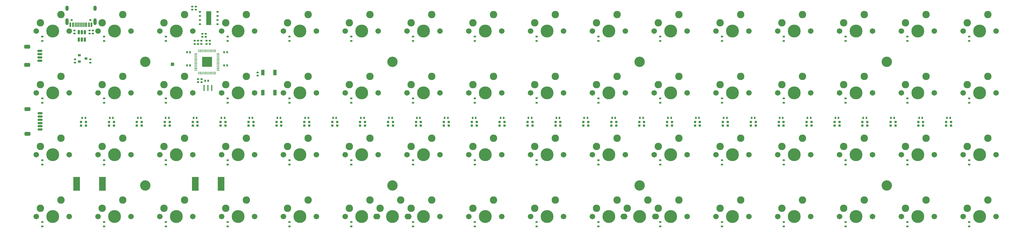
<source format=gbr>
%TF.GenerationSoftware,KiCad,Pcbnew,(6.0.7)*%
%TF.CreationDate,2022-10-03T19:09:15-04:00*%
%TF.ProjectId,HardLight,48617264-4c69-4676-9874-2e6b69636164,Mark 2 Rev F*%
%TF.SameCoordinates,Original*%
%TF.FileFunction,Soldermask,Bot*%
%TF.FilePolarity,Negative*%
%FSLAX46Y46*%
G04 Gerber Fmt 4.6, Leading zero omitted, Abs format (unit mm)*
G04 Created by KiCad (PCBNEW (6.0.7)) date 2022-10-03 19:09:15*
%MOMM*%
%LPD*%
G01*
G04 APERTURE LIST*
G04 Aperture macros list*
%AMRoundRect*
0 Rectangle with rounded corners*
0 $1 Rounding radius*
0 $2 $3 $4 $5 $6 $7 $8 $9 X,Y pos of 4 corners*
0 Add a 4 corners polygon primitive as box body*
4,1,4,$2,$3,$4,$5,$6,$7,$8,$9,$2,$3,0*
0 Add four circle primitives for the rounded corners*
1,1,$1+$1,$2,$3*
1,1,$1+$1,$4,$5*
1,1,$1+$1,$6,$7*
1,1,$1+$1,$8,$9*
0 Add four rect primitives between the rounded corners*
20,1,$1+$1,$2,$3,$4,$5,0*
20,1,$1+$1,$4,$5,$6,$7,0*
20,1,$1+$1,$6,$7,$8,$9,0*
20,1,$1+$1,$8,$9,$2,$3,0*%
G04 Aperture macros list end*
%ADD10C,3.987800*%
%ADD11C,1.701800*%
%ADD12C,2.286000*%
%ADD13C,3.200000*%
%ADD14O,2.150000X1.750000*%
%ADD15RoundRect,0.147500X0.172500X-0.147500X0.172500X0.147500X-0.172500X0.147500X-0.172500X-0.147500X0*%
%ADD16RoundRect,0.147500X-0.172500X0.147500X-0.172500X-0.147500X0.172500X-0.147500X0.172500X0.147500X0*%
%ADD17RoundRect,0.147500X-0.147500X-0.172500X0.147500X-0.172500X0.147500X0.172500X-0.147500X0.172500X0*%
%ADD18RoundRect,0.050000X0.387500X0.050000X-0.387500X0.050000X-0.387500X-0.050000X0.387500X-0.050000X0*%
%ADD19RoundRect,0.050000X0.050000X0.387500X-0.050000X0.387500X-0.050000X-0.387500X0.050000X-0.387500X0*%
%ADD20R,3.050000X3.050000*%
%ADD21R,0.700000X0.600000*%
%ADD22R,0.900000X0.800000*%
%ADD23RoundRect,0.147500X0.147500X0.172500X-0.147500X0.172500X-0.147500X-0.172500X0.147500X-0.172500X0*%
%ADD24C,0.650000*%
%ADD25R,0.600000X1.450000*%
%ADD26R,0.300000X1.450000*%
%ADD27O,1.000000X1.600000*%
%ADD28O,1.000000X2.100000*%
%ADD29R,0.700000X0.700000*%
%ADD30R,2.000000X4.200000*%
%ADD31RoundRect,0.150000X0.625000X-0.150000X0.625000X0.150000X-0.625000X0.150000X-0.625000X-0.150000X0*%
%ADD32RoundRect,0.250000X0.650000X-0.350000X0.650000X0.350000X-0.650000X0.350000X-0.650000X-0.350000X0*%
%ADD33R,1.000000X1.000000*%
%ADD34RoundRect,0.125000X0.250000X0.125000X-0.250000X0.125000X-0.250000X-0.125000X0.250000X-0.125000X0*%
%ADD35R,1.587400X4.300000*%
%ADD36R,0.400000X1.900000*%
%ADD37RoundRect,0.150000X0.150000X-0.512500X0.150000X0.512500X-0.150000X0.512500X-0.150000X-0.512500X0*%
%ADD38R,1.100000X1.800000*%
G04 APERTURE END LIST*
D10*
%TO.C,K2*%
X57943750Y-80962500D03*
D11*
X52863750Y-80962500D03*
X63023750Y-80962500D03*
D12*
X60483750Y-75882500D03*
X54133750Y-78422500D03*
%TD*%
D11*
%TO.C,K3*%
X82073750Y-80949800D03*
D10*
X76993750Y-80949800D03*
D11*
X71913750Y-80949800D03*
D12*
X79533750Y-75869800D03*
X73183750Y-78409800D03*
%TD*%
D10*
%TO.C,K6*%
X134143750Y-80962500D03*
D11*
X129063750Y-80962500D03*
X139223750Y-80962500D03*
D12*
X136683750Y-75882500D03*
X130333750Y-78422500D03*
%TD*%
D11*
%TO.C,K7*%
X148113750Y-80962500D03*
X158273750Y-80962500D03*
D10*
X153193750Y-80962500D03*
D12*
X155733750Y-75882500D03*
X149383750Y-78422500D03*
%TD*%
D11*
%TO.C,K8*%
X167163750Y-80962500D03*
X177323750Y-80962500D03*
D10*
X172243750Y-80962500D03*
D12*
X174783750Y-75882500D03*
X168433750Y-78422500D03*
%TD*%
D11*
%TO.C,K9*%
X186213750Y-80962500D03*
D10*
X191293750Y-80962500D03*
D11*
X196373750Y-80962500D03*
D12*
X193833750Y-75882500D03*
X187483750Y-78422500D03*
%TD*%
D11*
%TO.C,K10*%
X205263750Y-80962500D03*
X215423750Y-80962500D03*
D10*
X210343750Y-80962500D03*
D12*
X212883750Y-75882500D03*
X206533750Y-78422500D03*
%TD*%
D11*
%TO.C,K11*%
X224313750Y-80962500D03*
D10*
X229393750Y-80962500D03*
D11*
X234473750Y-80962500D03*
D12*
X231933750Y-75882500D03*
X225583750Y-78422500D03*
%TD*%
D11*
%TO.C,K12*%
X243363750Y-80962500D03*
D10*
X248443750Y-80962500D03*
D11*
X253523750Y-80962500D03*
D12*
X250983750Y-75882500D03*
X244633750Y-78422500D03*
%TD*%
D11*
%TO.C,K13*%
X272573750Y-80962500D03*
D10*
X267493750Y-80962500D03*
D11*
X262413750Y-80962500D03*
D12*
X270033750Y-75882500D03*
X263683750Y-78422500D03*
%TD*%
D10*
%TO.C,K14*%
X286543750Y-80962500D03*
D11*
X291623750Y-80962500D03*
X281463750Y-80962500D03*
D12*
X289083750Y-75882500D03*
X282733750Y-78422500D03*
%TD*%
D10*
%TO.C,K15*%
X305593750Y-80962500D03*
D11*
X300513750Y-80962500D03*
X310673750Y-80962500D03*
D12*
X308133750Y-75882500D03*
X301783750Y-78422500D03*
%TD*%
D11*
%TO.C,K16*%
X319563750Y-80962500D03*
D10*
X324643750Y-80962500D03*
D11*
X329723750Y-80962500D03*
D12*
X327183750Y-75882500D03*
X320833750Y-78422500D03*
%TD*%
D10*
%TO.C,K17*%
X38893750Y-100012500D03*
D11*
X43973750Y-100012500D03*
X33813750Y-100012500D03*
D12*
X41433750Y-94932500D03*
X35083750Y-97472500D03*
%TD*%
D11*
%TO.C,K18*%
X63023750Y-100012500D03*
D10*
X57943750Y-100012500D03*
D11*
X52863750Y-100012500D03*
D12*
X60483750Y-94932500D03*
X54133750Y-97472500D03*
%TD*%
D10*
%TO.C,K19*%
X76993750Y-100012500D03*
D11*
X71913750Y-100012500D03*
X82073750Y-100012500D03*
D12*
X79533750Y-94932500D03*
X73183750Y-97472500D03*
%TD*%
D10*
%TO.C,K22*%
X134143750Y-100012500D03*
D11*
X129063750Y-100012500D03*
X139223750Y-100012500D03*
D12*
X136683750Y-94932500D03*
X130333750Y-97472500D03*
%TD*%
D11*
%TO.C,K23*%
X158273750Y-100012500D03*
X148113750Y-100012500D03*
D10*
X153193750Y-100012500D03*
D12*
X155733750Y-94932500D03*
X149383750Y-97472500D03*
%TD*%
D10*
%TO.C,K24*%
X172243750Y-100012500D03*
D11*
X167163750Y-100012500D03*
X177323750Y-100012500D03*
D12*
X174783750Y-94932500D03*
X168433750Y-97472500D03*
%TD*%
D11*
%TO.C,K25*%
X196373750Y-100012500D03*
X186213750Y-100012500D03*
D10*
X191293750Y-100012500D03*
D12*
X193833750Y-94932500D03*
X187483750Y-97472500D03*
%TD*%
D10*
%TO.C,K26*%
X210343750Y-100012500D03*
D11*
X215423750Y-100012500D03*
X205263750Y-100012500D03*
D12*
X212883750Y-94932500D03*
X206533750Y-97472500D03*
%TD*%
D11*
%TO.C,K27*%
X234473750Y-100012500D03*
D10*
X229393750Y-100012500D03*
D11*
X224313750Y-100012500D03*
D12*
X231933750Y-94932500D03*
X225583750Y-97472500D03*
%TD*%
D10*
%TO.C,K28*%
X248443750Y-100012500D03*
D11*
X243363750Y-100012500D03*
X253523750Y-100012500D03*
D12*
X250983750Y-94932500D03*
X244633750Y-97472500D03*
%TD*%
D10*
%TO.C,K29*%
X267493750Y-100012500D03*
D11*
X262413750Y-100012500D03*
X272573750Y-100012500D03*
D12*
X270033750Y-94932500D03*
X263683750Y-97472500D03*
%TD*%
D11*
%TO.C,K30*%
X281463750Y-100012500D03*
D10*
X286543750Y-100012500D03*
D11*
X291623750Y-100012500D03*
D12*
X289083750Y-94932500D03*
X282733750Y-97472500D03*
%TD*%
D10*
%TO.C,K31*%
X305593750Y-100012500D03*
D11*
X310673750Y-100012500D03*
X300513750Y-100012500D03*
D12*
X308133750Y-94932500D03*
X301783750Y-97472500D03*
%TD*%
D11*
%TO.C,K32*%
X319563750Y-100012500D03*
D10*
X324643750Y-100012500D03*
D11*
X329723750Y-100012500D03*
D12*
X327183750Y-94932500D03*
X320833750Y-97472500D03*
%TD*%
D11*
%TO.C,K33*%
X33813750Y-119062500D03*
D10*
X38893750Y-119062500D03*
D11*
X43973750Y-119062500D03*
D12*
X41433750Y-113982500D03*
X35083750Y-116522500D03*
%TD*%
D11*
%TO.C,K34*%
X52863750Y-119062500D03*
X63023750Y-119062500D03*
D10*
X57943750Y-119062500D03*
D12*
X60483750Y-113982500D03*
X54133750Y-116522500D03*
%TD*%
D11*
%TO.C,K35*%
X82073750Y-119062500D03*
X71913750Y-119062500D03*
D10*
X76993750Y-119062500D03*
D12*
X79533750Y-113982500D03*
X73183750Y-116522500D03*
%TD*%
D11*
%TO.C,K36*%
X90963750Y-119062500D03*
D10*
X96043750Y-119062500D03*
D11*
X101123750Y-119062500D03*
D12*
X98583750Y-113982500D03*
X92233750Y-116522500D03*
%TD*%
D11*
%TO.C,K37*%
X110013750Y-119062500D03*
X120173750Y-119062500D03*
D10*
X115093750Y-119062500D03*
D12*
X117633750Y-113982500D03*
X111283750Y-116522500D03*
%TD*%
D10*
%TO.C,K38*%
X134143750Y-119062500D03*
D11*
X139223750Y-119062500D03*
X129063750Y-119062500D03*
D12*
X136683750Y-113982500D03*
X130333750Y-116522500D03*
%TD*%
D11*
%TO.C,K39*%
X148113750Y-119062500D03*
D10*
X153193750Y-119062500D03*
D11*
X158273750Y-119062500D03*
D12*
X155733750Y-113982500D03*
X149383750Y-116522500D03*
%TD*%
D11*
%TO.C,K40*%
X167163750Y-119062500D03*
X177323750Y-119062500D03*
D10*
X172243750Y-119062500D03*
D12*
X174783750Y-113982500D03*
X168433750Y-116522500D03*
%TD*%
D11*
%TO.C,K41*%
X186213750Y-119062500D03*
D10*
X191293750Y-119062500D03*
D11*
X196373750Y-119062500D03*
D12*
X193833750Y-113982500D03*
X187483750Y-116522500D03*
%TD*%
D11*
%TO.C,K42*%
X205263750Y-119062500D03*
X215423750Y-119062500D03*
D10*
X210343750Y-119062500D03*
D12*
X212883750Y-113982500D03*
X206533750Y-116522500D03*
%TD*%
D10*
%TO.C,K43*%
X229393750Y-119062500D03*
D11*
X224313750Y-119062500D03*
X234473750Y-119062500D03*
D12*
X231933750Y-113982500D03*
X225583750Y-116522500D03*
%TD*%
D11*
%TO.C,K44*%
X253523750Y-119062500D03*
X243363750Y-119062500D03*
D10*
X248443750Y-119062500D03*
D12*
X250983750Y-113982500D03*
X244633750Y-116522500D03*
%TD*%
D10*
%TO.C,K45*%
X267493750Y-119062500D03*
D11*
X262413750Y-119062500D03*
X272573750Y-119062500D03*
D12*
X270033750Y-113982500D03*
X263683750Y-116522500D03*
%TD*%
D10*
%TO.C,K46*%
X286543750Y-119062500D03*
D11*
X281463750Y-119062500D03*
X291623750Y-119062500D03*
D12*
X289083750Y-113982500D03*
X282733750Y-116522500D03*
%TD*%
D10*
%TO.C,K47*%
X305593750Y-119062500D03*
D11*
X310673750Y-119062500D03*
X300513750Y-119062500D03*
D12*
X308133750Y-113982500D03*
X301783750Y-116522500D03*
%TD*%
D11*
%TO.C,K48*%
X319563750Y-119062500D03*
D10*
X324643750Y-119062500D03*
D11*
X329723750Y-119062500D03*
D12*
X327183750Y-113982500D03*
X320833750Y-116522500D03*
%TD*%
D11*
%TO.C,K49*%
X33813750Y-138112500D03*
X43973750Y-138112500D03*
D10*
X38893750Y-138112500D03*
D12*
X41433750Y-133032500D03*
X35083750Y-135572500D03*
%TD*%
D11*
%TO.C,K50*%
X52863750Y-138112500D03*
X63023750Y-138112500D03*
D10*
X57943750Y-138112500D03*
D12*
X60483750Y-133032500D03*
X54133750Y-135572500D03*
%TD*%
D11*
%TO.C,K51*%
X71913750Y-138112500D03*
D10*
X76993750Y-138112500D03*
D11*
X82073750Y-138112500D03*
D12*
X79533750Y-133032500D03*
X73183750Y-135572500D03*
%TD*%
D11*
%TO.C,K52*%
X101123750Y-138112500D03*
D10*
X96043750Y-138112500D03*
D11*
X90963750Y-138112500D03*
D12*
X98583750Y-133032500D03*
X92233750Y-135572500D03*
%TD*%
D10*
%TO.C,K53*%
X115093750Y-138112500D03*
D11*
X120173750Y-138112500D03*
X110013750Y-138112500D03*
D12*
X117633750Y-133032500D03*
X111283750Y-135572500D03*
%TD*%
D10*
%TO.C,K54*%
X134143750Y-138112500D03*
D11*
X129063750Y-138112500D03*
D12*
X136683750Y-133032500D03*
X130333750Y-135572500D03*
%TD*%
D11*
%TO.C,K55*%
X158273750Y-138112500D03*
D10*
X153193750Y-138112500D03*
D12*
X155733750Y-133032500D03*
X149383750Y-135572500D03*
%TD*%
D11*
%TO.C,K56*%
X167163750Y-138112500D03*
X177323750Y-138112500D03*
D10*
X172243750Y-138112500D03*
D12*
X174783750Y-133032500D03*
X168433750Y-135572500D03*
%TD*%
D10*
%TO.C,K57*%
X191293750Y-138112500D03*
D11*
X186213750Y-138112500D03*
X196373750Y-138112500D03*
D12*
X193833750Y-133032500D03*
X187483750Y-135572500D03*
%TD*%
D11*
%TO.C,K58*%
X205263750Y-138112500D03*
D10*
X210343750Y-138112500D03*
D12*
X212883750Y-133032500D03*
X206533750Y-135572500D03*
%TD*%
D11*
%TO.C,K59*%
X234473750Y-138112500D03*
D10*
X229393750Y-138112500D03*
D12*
X231933750Y-133032500D03*
X225583750Y-135572500D03*
%TD*%
D10*
%TO.C,K60*%
X248443750Y-138112500D03*
D11*
X253523750Y-138112500D03*
X243363750Y-138112500D03*
D12*
X250983750Y-133032500D03*
X244633750Y-135572500D03*
%TD*%
D11*
%TO.C,K61*%
X262413750Y-138112500D03*
D10*
X267493750Y-138112500D03*
D11*
X272573750Y-138112500D03*
D12*
X270033750Y-133032500D03*
X263683750Y-135572500D03*
%TD*%
D10*
%TO.C,K62*%
X286543750Y-138112500D03*
D11*
X281463750Y-138112500D03*
X291623750Y-138112500D03*
D12*
X289083750Y-133032500D03*
X282733750Y-135572500D03*
%TD*%
D11*
%TO.C,K63*%
X310673750Y-138112500D03*
X300513750Y-138112500D03*
D10*
X305593750Y-138112500D03*
D12*
X308133750Y-133032500D03*
X301783750Y-135572500D03*
%TD*%
D10*
%TO.C,K64*%
X324643750Y-138112500D03*
D11*
X329723750Y-138112500D03*
X319563750Y-138112500D03*
D12*
X327183750Y-133032500D03*
X320833750Y-135572500D03*
%TD*%
D11*
%TO.C,K1*%
X33813750Y-80962500D03*
D10*
X38893750Y-80962500D03*
D11*
X43973750Y-80962500D03*
D12*
X41433750Y-75882500D03*
X35083750Y-78422500D03*
%TD*%
D13*
%TO.C,H1*%
X67468750Y-90481800D03*
%TD*%
%TO.C,H2*%
X143668750Y-90487500D03*
%TD*%
%TO.C,H3*%
X219868750Y-90481800D03*
%TD*%
%TO.C,H4*%
X296063950Y-90481800D03*
%TD*%
%TO.C,H5*%
X67468750Y-128579400D03*
%TD*%
%TO.C,H6*%
X143668750Y-128585100D03*
%TD*%
D10*
%TO.C,K4*%
X96043750Y-80962500D03*
D11*
X101123750Y-80962500D03*
X90963750Y-80962500D03*
D12*
X98583750Y-75882500D03*
X92233750Y-78422500D03*
%TD*%
D10*
%TO.C,K5*%
X115093750Y-80962500D03*
D11*
X120173750Y-80962500D03*
X110013750Y-80962500D03*
D12*
X117633750Y-75882500D03*
X111283750Y-78422500D03*
%TD*%
D11*
%TO.C,K21*%
X120173750Y-100012500D03*
X110013750Y-100012500D03*
D10*
X115093750Y-100012500D03*
D12*
X117633750Y-94932500D03*
X111283750Y-97472500D03*
%TD*%
D11*
%TO.C,K20*%
X101123750Y-100012500D03*
D10*
X96043750Y-100012500D03*
D11*
X90963750Y-100012500D03*
D12*
X98583750Y-94932500D03*
X92233750Y-97472500D03*
%TD*%
D10*
%TO.C,K54.1*%
X143668750Y-138112500D03*
D14*
X138808750Y-138112500D03*
X148518750Y-138102500D03*
D12*
X146208750Y-133032500D03*
X139858750Y-135572500D03*
%TD*%
D13*
%TO.C,H7*%
X219868750Y-128579400D03*
%TD*%
%TO.C,H8*%
X296063950Y-128579400D03*
%TD*%
D14*
%TO.C,K58.1*%
X224728750Y-138102500D03*
X215018750Y-138112500D03*
D10*
X219868750Y-138112500D03*
D12*
X222408750Y-133032500D03*
X216058750Y-135572500D03*
%TD*%
D15*
%TO.C,C1*%
X83693000Y-84940000D03*
X83693000Y-83970000D03*
%TD*%
D16*
%TO.C,C2*%
X84836000Y-95781000D03*
X84836000Y-96751000D03*
%TD*%
D17*
%TO.C,C3*%
X91717000Y-91567000D03*
X92687000Y-91567000D03*
%TD*%
%TO.C,C6*%
X91717000Y-87503000D03*
X92687000Y-87503000D03*
%TD*%
D15*
%TO.C,C8*%
X86360000Y-84940000D03*
X86360000Y-83970000D03*
%TD*%
D18*
%TO.C,U0*%
X89924500Y-87887500D03*
X89924500Y-88287500D03*
X89924500Y-88687500D03*
X89924500Y-89087500D03*
X89924500Y-89487500D03*
X89924500Y-89887500D03*
X89924500Y-90287500D03*
X89924500Y-90687500D03*
X89924500Y-91087500D03*
X89924500Y-91487500D03*
X89924500Y-91887500D03*
X89924500Y-92287500D03*
X89924500Y-92687500D03*
X89924500Y-93087500D03*
D19*
X89087000Y-93925000D03*
X88687000Y-93925000D03*
X88287000Y-93925000D03*
X87887000Y-93925000D03*
X87487000Y-93925000D03*
X87087000Y-93925000D03*
X86687000Y-93925000D03*
X86287000Y-93925000D03*
X85887000Y-93925000D03*
X85487000Y-93925000D03*
X85087000Y-93925000D03*
X84687000Y-93925000D03*
X84287000Y-93925000D03*
X83887000Y-93925000D03*
D18*
X83049500Y-93087500D03*
X83049500Y-92687500D03*
X83049500Y-92287500D03*
X83049500Y-91887500D03*
X83049500Y-91487500D03*
X83049500Y-91087500D03*
X83049500Y-90687500D03*
X83049500Y-90287500D03*
X83049500Y-89887500D03*
X83049500Y-89487500D03*
X83049500Y-89087500D03*
X83049500Y-88687500D03*
X83049500Y-88287500D03*
X83049500Y-87887500D03*
D19*
X83887000Y-87050000D03*
X84287000Y-87050000D03*
X84687000Y-87050000D03*
X85087000Y-87050000D03*
X85487000Y-87050000D03*
X85887000Y-87050000D03*
X86287000Y-87050000D03*
X86687000Y-87050000D03*
X87087000Y-87050000D03*
X87487000Y-87050000D03*
X87887000Y-87050000D03*
X88287000Y-87050000D03*
X88687000Y-87050000D03*
X89087000Y-87050000D03*
D20*
X86487000Y-90487500D03*
%TD*%
D15*
%TO.C,C7*%
X82677000Y-84940000D03*
X82677000Y-83970000D03*
%TD*%
D21*
%TO.C,D1*%
X35718750Y-84043750D03*
X35718750Y-82643750D03*
%TD*%
%TO.C,D2*%
X54768750Y-84043750D03*
X54768750Y-82643750D03*
%TD*%
%TO.C,D3*%
X73818750Y-84043750D03*
X73818750Y-82643750D03*
%TD*%
%TO.C,D4*%
X92868750Y-84043750D03*
X92868750Y-82643750D03*
%TD*%
%TO.C,D5*%
X111918750Y-84043750D03*
X111918750Y-82643750D03*
%TD*%
%TO.C,D6*%
X130968750Y-84043750D03*
X130968750Y-82643750D03*
%TD*%
%TO.C,D7*%
X150018750Y-84043750D03*
X150018750Y-82643750D03*
%TD*%
%TO.C,D8*%
X169068750Y-84043750D03*
X169068750Y-82643750D03*
%TD*%
%TO.C,D9*%
X188118750Y-84043750D03*
X188118750Y-82643750D03*
%TD*%
%TO.C,D10*%
X207168750Y-84043750D03*
X207168750Y-82643750D03*
%TD*%
%TO.C,D11*%
X226218750Y-84043750D03*
X226218750Y-82643750D03*
%TD*%
%TO.C,D12*%
X245268750Y-84043750D03*
X245268750Y-82643750D03*
%TD*%
%TO.C,D13*%
X264318750Y-84043750D03*
X264318750Y-82643750D03*
%TD*%
%TO.C,D14*%
X283368750Y-84043750D03*
X283368750Y-82643750D03*
%TD*%
%TO.C,D15*%
X302418750Y-84043750D03*
X302418750Y-82643750D03*
%TD*%
%TO.C,D16*%
X321468750Y-84043750D03*
X321468750Y-82643750D03*
%TD*%
%TO.C,D17*%
X35718750Y-103093750D03*
X35718750Y-101693750D03*
%TD*%
%TO.C,D18*%
X54768750Y-103093750D03*
X54768750Y-101693750D03*
%TD*%
%TO.C,D19*%
X73818750Y-103093750D03*
X73818750Y-101693750D03*
%TD*%
%TO.C,D20*%
X92868750Y-103093750D03*
X92868750Y-101693750D03*
%TD*%
%TO.C,D21*%
X111918750Y-103093750D03*
X111918750Y-101693750D03*
%TD*%
%TO.C,D22*%
X130968750Y-103093750D03*
X130968750Y-101693750D03*
%TD*%
%TO.C,D23*%
X150018750Y-103093750D03*
X150018750Y-101693750D03*
%TD*%
%TO.C,D24*%
X169068750Y-103093750D03*
X169068750Y-101693750D03*
%TD*%
%TO.C,D25*%
X188118750Y-103031250D03*
X188118750Y-101631250D03*
%TD*%
%TO.C,D26*%
X207168750Y-103106250D03*
X207168750Y-101706250D03*
%TD*%
%TO.C,D27*%
X226218750Y-103093750D03*
X226218750Y-101693750D03*
%TD*%
%TO.C,D28*%
X245268750Y-103093750D03*
X245268750Y-101693750D03*
%TD*%
%TO.C,D29*%
X264318750Y-103093750D03*
X264318750Y-101693750D03*
%TD*%
%TO.C,D30*%
X283368750Y-103093750D03*
X283368750Y-101693750D03*
%TD*%
%TO.C,D31*%
X302418750Y-103093750D03*
X302418750Y-101693750D03*
%TD*%
%TO.C,D32*%
X321468750Y-103093750D03*
X321468750Y-101693750D03*
%TD*%
%TO.C,D33*%
X35718750Y-122143750D03*
X35718750Y-120743750D03*
%TD*%
%TO.C,D34*%
X54768750Y-122143750D03*
X54768750Y-120743750D03*
%TD*%
%TO.C,D35*%
X73818750Y-122143750D03*
X73818750Y-120743750D03*
%TD*%
%TO.C,D36*%
X92868750Y-122143750D03*
X92868750Y-120743750D03*
%TD*%
%TO.C,D37*%
X111918750Y-122143750D03*
X111918750Y-120743750D03*
%TD*%
%TO.C,D38*%
X130968750Y-122143750D03*
X130968750Y-120743750D03*
%TD*%
%TO.C,D39*%
X150018750Y-122143750D03*
X150018750Y-120743750D03*
%TD*%
%TO.C,D40*%
X169068750Y-122143750D03*
X169068750Y-120743750D03*
%TD*%
%TO.C,D41*%
X188118750Y-122143750D03*
X188118750Y-120743750D03*
%TD*%
%TO.C,D42*%
X207168750Y-122143750D03*
X207168750Y-120743750D03*
%TD*%
%TO.C,D43*%
X226218750Y-122143750D03*
X226218750Y-120743750D03*
%TD*%
%TO.C,D44*%
X245268750Y-122143750D03*
X245268750Y-120743750D03*
%TD*%
%TO.C,D45*%
X264318750Y-122143750D03*
X264318750Y-120743750D03*
%TD*%
%TO.C,D46*%
X283368750Y-122143750D03*
X283368750Y-120743750D03*
%TD*%
%TO.C,D47*%
X302418750Y-122143750D03*
X302418750Y-120743750D03*
%TD*%
%TO.C,D48*%
X321468750Y-122143750D03*
X321468750Y-120743750D03*
%TD*%
%TO.C,D49*%
X35718750Y-141193750D03*
X35718750Y-139793750D03*
%TD*%
%TO.C,D50*%
X54768750Y-141193750D03*
X54768750Y-139793750D03*
%TD*%
%TO.C,D51*%
X73818750Y-141193750D03*
X73818750Y-139793750D03*
%TD*%
%TO.C,D52*%
X92868750Y-141193750D03*
X92868750Y-139793750D03*
%TD*%
%TO.C,D53*%
X111918750Y-141193750D03*
X111918750Y-139793750D03*
%TD*%
%TO.C,D54*%
X130968750Y-141193750D03*
X130968750Y-139793750D03*
%TD*%
%TO.C,D55*%
X150018750Y-141193750D03*
X150018750Y-139793750D03*
%TD*%
%TO.C,D56*%
X169068750Y-141193750D03*
X169068750Y-139793750D03*
%TD*%
%TO.C,D57*%
X188118750Y-141193750D03*
X188118750Y-139793750D03*
%TD*%
%TO.C,D58*%
X207168750Y-141193750D03*
X207168750Y-139793750D03*
%TD*%
%TO.C,D59*%
X226218750Y-141193750D03*
X226218750Y-139793750D03*
%TD*%
%TO.C,D60*%
X245268750Y-141193750D03*
X245268750Y-139793750D03*
%TD*%
%TO.C,D61*%
X264318750Y-141193750D03*
X264318750Y-139793750D03*
%TD*%
%TO.C,D62*%
X283368750Y-141193750D03*
X283368750Y-139793750D03*
%TD*%
%TO.C,D63*%
X302418750Y-141193750D03*
X302418750Y-139793750D03*
%TD*%
%TO.C,D64*%
X321468750Y-141193750D03*
X321468750Y-139793750D03*
%TD*%
D15*
%TO.C,RC2*%
X50292000Y-81765000D03*
X50292000Y-80795000D03*
%TD*%
D16*
%TO.C,RC1*%
X45593000Y-80795000D03*
X45593000Y-81765000D03*
%TD*%
%TO.C,RD1*%
X86106000Y-81811000D03*
X86106000Y-82781000D03*
%TD*%
%TO.C,F0*%
X51308000Y-80795000D03*
X51308000Y-81765000D03*
%TD*%
D22*
%TO.C,U1*%
X47133000Y-90358000D03*
X47133000Y-88458000D03*
X49133000Y-89408000D03*
%TD*%
D23*
%TO.C,LC1*%
X48992475Y-107696000D03*
X48022475Y-107696000D03*
%TD*%
%TO.C,C4*%
X81257000Y-91567000D03*
X80287000Y-91567000D03*
%TD*%
D24*
%TO.C,J0*%
X50515000Y-77555400D03*
X44735000Y-77555400D03*
D25*
X44375000Y-79000400D03*
X45175000Y-79000400D03*
D26*
X46375000Y-79000400D03*
X47375000Y-79000400D03*
X47875000Y-79000400D03*
X48875000Y-79000400D03*
D25*
X50075000Y-79000400D03*
X50875000Y-79000400D03*
X50875000Y-79000400D03*
X50075000Y-79000400D03*
D26*
X49375000Y-79000400D03*
X48375000Y-79000400D03*
X46875000Y-79000400D03*
X45875000Y-79000400D03*
D25*
X45175000Y-79000400D03*
X44375000Y-79000400D03*
D27*
X43305000Y-73905400D03*
D28*
X43305000Y-78085400D03*
D27*
X51945000Y-73905400D03*
D28*
X51945000Y-78085400D03*
%TD*%
D23*
%TO.C,LC3*%
X66104700Y-107696000D03*
X65134700Y-107696000D03*
%TD*%
%TO.C,LC10*%
X126327275Y-107696000D03*
X125357275Y-107696000D03*
%TD*%
%TO.C,LC12*%
X143533725Y-107696000D03*
X142563725Y-107696000D03*
%TD*%
%TO.C,LC6*%
X91914375Y-107696000D03*
X90944375Y-107696000D03*
%TD*%
%TO.C,LC8*%
X109120825Y-107696000D03*
X108150825Y-107696000D03*
%TD*%
%TO.C,LC9*%
X117724050Y-107696000D03*
X116754050Y-107696000D03*
%TD*%
%TO.C,LC7*%
X100517600Y-107696000D03*
X99547600Y-107696000D03*
%TD*%
%TO.C,LC5*%
X83311150Y-107696000D03*
X82341150Y-107696000D03*
%TD*%
%TO.C,LC11*%
X134930500Y-107696000D03*
X133960500Y-107696000D03*
%TD*%
%TO.C,LC13*%
X152136950Y-107696000D03*
X151166950Y-107696000D03*
%TD*%
%TO.C,LC4*%
X74707925Y-107696000D03*
X73737925Y-107696000D03*
%TD*%
%TO.C,LC14*%
X160740175Y-107696000D03*
X159770175Y-107696000D03*
%TD*%
%TO.C,LC15*%
X169343400Y-107696000D03*
X168373400Y-107696000D03*
%TD*%
%TO.C,LC16*%
X177946625Y-107696000D03*
X176976625Y-107696000D03*
%TD*%
%TO.C,LC17*%
X186549850Y-107696000D03*
X185579850Y-107696000D03*
%TD*%
%TO.C,LC18*%
X195153075Y-107696000D03*
X194183075Y-107696000D03*
%TD*%
%TO.C,LC19*%
X203756300Y-107696000D03*
X202786300Y-107696000D03*
%TD*%
%TO.C,LC20*%
X212359525Y-107696000D03*
X211389525Y-107696000D03*
%TD*%
%TO.C,LC21*%
X220950475Y-107696000D03*
X219980475Y-107696000D03*
%TD*%
%TO.C,LC22*%
X229565975Y-107696000D03*
X228595975Y-107696000D03*
%TD*%
%TO.C,LC23*%
X238169200Y-107696000D03*
X237199200Y-107696000D03*
%TD*%
%TO.C,LC24*%
X246772425Y-107696000D03*
X245802425Y-107696000D03*
%TD*%
%TO.C,LC25*%
X255341275Y-107696000D03*
X254371275Y-107696000D03*
%TD*%
%TO.C,LC26*%
X263978875Y-107696000D03*
X263008875Y-107696000D03*
%TD*%
%TO.C,LC27*%
X272582100Y-107696000D03*
X271612100Y-107696000D03*
%TD*%
%TO.C,LC28*%
X281185325Y-107696000D03*
X280215325Y-107696000D03*
%TD*%
%TO.C,LC29*%
X289788550Y-107696000D03*
X288818550Y-107696000D03*
%TD*%
%TO.C,LC30*%
X298319900Y-107696000D03*
X297349900Y-107696000D03*
%TD*%
%TO.C,LC31*%
X306995000Y-107696000D03*
X306025000Y-107696000D03*
%TD*%
%TO.C,LC32*%
X315598225Y-107696000D03*
X314628225Y-107696000D03*
%TD*%
D29*
%TO.C,LD16*%
X178217125Y-108987500D03*
X178217125Y-110087500D03*
X176717125Y-110087500D03*
X176717125Y-108987500D03*
%TD*%
%TO.C,LD17*%
X186820350Y-108987500D03*
X186820350Y-110087500D03*
X185320350Y-110087500D03*
X185320350Y-108987500D03*
%TD*%
%TO.C,LD18*%
X195423575Y-108987500D03*
X195423575Y-110087500D03*
X193923575Y-110087500D03*
X193923575Y-108987500D03*
%TD*%
%TO.C,LD19*%
X204026800Y-108987500D03*
X204026800Y-110087500D03*
X202526800Y-110087500D03*
X202526800Y-108987500D03*
%TD*%
%TO.C,LD20*%
X212630025Y-108987500D03*
X212630025Y-110087500D03*
X211130025Y-110087500D03*
X211130025Y-108987500D03*
%TD*%
%TO.C,LD21*%
X221233250Y-108987500D03*
X221233250Y-110087500D03*
X219733250Y-110087500D03*
X219733250Y-108987500D03*
%TD*%
%TO.C,LD22*%
X229836475Y-108987500D03*
X229836475Y-110087500D03*
X228336475Y-110087500D03*
X228336475Y-108987500D03*
%TD*%
%TO.C,LD23*%
X238439700Y-108987500D03*
X238439700Y-110087500D03*
X236939700Y-110087500D03*
X236939700Y-108987500D03*
%TD*%
%TO.C,LD24*%
X247042925Y-108987500D03*
X247042925Y-110087500D03*
X245542925Y-110087500D03*
X245542925Y-108987500D03*
%TD*%
%TO.C,LD25*%
X255680525Y-108987500D03*
X255680525Y-110087500D03*
X254180525Y-110087500D03*
X254180525Y-108987500D03*
%TD*%
%TO.C,LD26*%
X264249375Y-108987500D03*
X264249375Y-110087500D03*
X262749375Y-110087500D03*
X262749375Y-108987500D03*
%TD*%
%TO.C,LD27*%
X272852600Y-108987500D03*
X272852600Y-110087500D03*
X271352600Y-110087500D03*
X271352600Y-108987500D03*
%TD*%
%TO.C,LD28*%
X281455825Y-108987500D03*
X281455825Y-110087500D03*
X279955825Y-110087500D03*
X279955825Y-108987500D03*
%TD*%
%TO.C,LD29*%
X290059050Y-108987500D03*
X290059050Y-110087500D03*
X288559050Y-110087500D03*
X288559050Y-108987500D03*
%TD*%
%TO.C,LD30*%
X298734150Y-108987500D03*
X298734150Y-110087500D03*
X297234150Y-110087500D03*
X297234150Y-108987500D03*
%TD*%
%TO.C,LD32*%
X315868725Y-108987500D03*
X315868725Y-110087500D03*
X314368725Y-110087500D03*
X314368725Y-108987500D03*
%TD*%
%TO.C,LD31*%
X307265500Y-108987500D03*
X307265500Y-110087500D03*
X305765500Y-110087500D03*
X305765500Y-108987500D03*
%TD*%
%TO.C,LD15*%
X169613900Y-108987500D03*
X169613900Y-110087500D03*
X168113900Y-110087500D03*
X168113900Y-108987500D03*
%TD*%
%TO.C,LD14*%
X161010675Y-108987500D03*
X161010675Y-110087500D03*
X159510675Y-110087500D03*
X159510675Y-108987500D03*
%TD*%
%TO.C,LD12*%
X143804225Y-108987500D03*
X143804225Y-110087500D03*
X142304225Y-110087500D03*
X142304225Y-108987500D03*
%TD*%
%TO.C,LD10*%
X126597775Y-108987500D03*
X126597775Y-110087500D03*
X125097775Y-110087500D03*
X125097775Y-108987500D03*
%TD*%
%TO.C,LD13*%
X152407450Y-108987500D03*
X152407450Y-110087500D03*
X150907450Y-110087500D03*
X150907450Y-108987500D03*
%TD*%
%TO.C,LD5*%
X83581650Y-108987500D03*
X83581650Y-110087500D03*
X82081650Y-110087500D03*
X82081650Y-108987500D03*
%TD*%
%TO.C,LD11*%
X135201000Y-108987500D03*
X135201000Y-110087500D03*
X133701000Y-110087500D03*
X133701000Y-108987500D03*
%TD*%
%TO.C,LD6*%
X92184875Y-108987500D03*
X92184875Y-110087500D03*
X90684875Y-110087500D03*
X90684875Y-108987500D03*
%TD*%
%TO.C,LD7*%
X100788100Y-108987500D03*
X100788100Y-110087500D03*
X99288100Y-110087500D03*
X99288100Y-108987500D03*
%TD*%
%TO.C,LD8*%
X109391325Y-108987500D03*
X109391325Y-110087500D03*
X107891325Y-110087500D03*
X107891325Y-108987500D03*
%TD*%
%TO.C,LD9*%
X117994550Y-108987500D03*
X117994550Y-110087500D03*
X116494550Y-110087500D03*
X116494550Y-108987500D03*
%TD*%
%TO.C,LD2*%
X57771975Y-108987500D03*
X57771975Y-110087500D03*
X56271975Y-110087500D03*
X56271975Y-108987500D03*
%TD*%
%TO.C,LD1*%
X49168750Y-108987500D03*
X49168750Y-110087500D03*
X47668750Y-110087500D03*
X47668750Y-108987500D03*
%TD*%
%TO.C,LD3*%
X66375200Y-108987500D03*
X66375200Y-110087500D03*
X64875200Y-110087500D03*
X64875200Y-108987500D03*
%TD*%
%TO.C,LD4*%
X74978425Y-108987500D03*
X74978425Y-110087500D03*
X73478425Y-110087500D03*
X73478425Y-108987500D03*
%TD*%
D23*
%TO.C,LC2*%
X57501475Y-107696000D03*
X56531475Y-107696000D03*
%TD*%
%TO.C,C5*%
X81257000Y-87503000D03*
X80287000Y-87503000D03*
%TD*%
D30*
%TO.C,TX0*%
X82868000Y-128016000D03*
X90868000Y-128016000D03*
%TD*%
%TO.C,TX1*%
X54292000Y-128016000D03*
X46292000Y-128016000D03*
%TD*%
D15*
%TO.C,CF1*%
X83058000Y-74399000D03*
X83058000Y-73429000D03*
%TD*%
D31*
%TO.C,J1*%
X34954750Y-90107000D03*
X34954750Y-89107000D03*
X34954750Y-88107000D03*
X34954750Y-87107000D03*
D32*
X31079750Y-91407000D03*
X31079750Y-85807000D03*
%TD*%
D33*
%TO.C,TP0*%
X75819000Y-91186000D03*
%TD*%
D16*
%TO.C,C10*%
X83693000Y-95781000D03*
X83693000Y-96751000D03*
%TD*%
D15*
%TO.C,C11*%
X84709000Y-84940000D03*
X84709000Y-83970000D03*
%TD*%
D34*
%TO.C,U3*%
X89700000Y-75083900D03*
X89700000Y-76353900D03*
X89700000Y-77623900D03*
X89700000Y-78893900D03*
X84300000Y-78893900D03*
X84300000Y-77623900D03*
X84300000Y-76353900D03*
X84300000Y-75083900D03*
D35*
X87000000Y-76988900D03*
%TD*%
D36*
%TO.C,Y0*%
X87968000Y-98479000D03*
X86768000Y-98479000D03*
X85568000Y-98479000D03*
%TD*%
D15*
%TO.C,RR1*%
X102108000Y-94719000D03*
X102108000Y-93749000D03*
%TD*%
D37*
%TO.C,U2*%
X48829000Y-83560500D03*
X47879000Y-83560500D03*
X46929000Y-83560500D03*
X46929000Y-81285500D03*
X47879000Y-81285500D03*
X48829000Y-81285500D03*
%TD*%
D15*
%TO.C,RF2*%
X81975000Y-74399000D03*
X81975000Y-73429000D03*
%TD*%
D16*
%TO.C,RD0*%
X85090000Y-81811000D03*
X85090000Y-82781000D03*
%TD*%
D38*
%TO.C,S1*%
X107412100Y-99931400D03*
X107412100Y-93731400D03*
X103712100Y-99931400D03*
X103712100Y-93731400D03*
%TD*%
D15*
%TO.C,C9*%
X87376000Y-84940000D03*
X87376000Y-83970000D03*
%TD*%
%TO.C,CP0*%
X50506700Y-90683750D03*
X50506700Y-89713750D03*
%TD*%
D16*
%TO.C,CP1*%
X45744500Y-89713750D03*
X45744500Y-90683750D03*
%TD*%
D23*
%TO.C,RX1*%
X86845000Y-96266000D03*
X85875000Y-96266000D03*
%TD*%
D31*
%TO.C,J2*%
X35050000Y-111300000D03*
X35050000Y-110300000D03*
X35050000Y-109300000D03*
X35050000Y-108300000D03*
X35050000Y-107300000D03*
X35050000Y-106300000D03*
D32*
X31175000Y-112600000D03*
X31175000Y-105000000D03*
%TD*%
M02*

</source>
